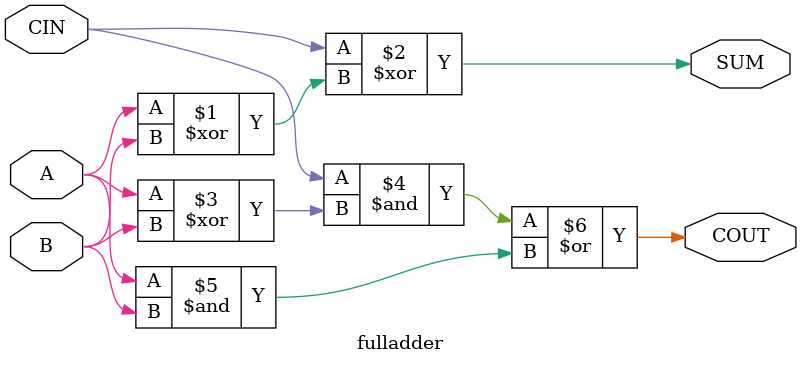
<source format=v>

module main(SW, LEDR);
	input [7:0] SW;
	output [3:0] LEDR;
	wire COUT;
	wire [3:0]W;
	
	ninescomplement COMP(SW[3:0], W);
	bcdadder BCD(SW[7:4], W, 1, LEDR, COUT);
endmodule


module ninescomplement(B, X);
	input [3:0]B;
	output [3:0]X;
	
	assign X[3] = ~B[3]&~B[2]&~B[1];
	assign X[2] = B[2]^B[1];
	assign X[1] = B[1];
	assign X[0] = ~B[0];
endmodule


module bcdadder(A, B, CIN, F, COUT);
	input [3:0] A, B;
	input CIN;
	output [3:0] F;
	output COUT;
	wire [3:0] Z, S;
	wire C, K, COUT;
	
	adder4bit A0(A, B, CIN, Z, K);
	assign C = K|(Z[3]&Z[2])|(Z[3]&Z[1]);
	assign S = {1'b0, C, C, 1'b0};
	adder4bit A1(Z, S, 0, F, COUT);
endmodule


module adder4bit(A, B, CIN, SUM, COUT);
	input [3:0] A, B;
	input CIN;
	output [3:0] SUM;
	output COUT;
	wire C1, C2, C3;
	
	fulladder S1(A[0], B[0], CIN, SUM[0], C1);
	fulladder S2(A[1], B[1], C1, SUM[1], C2);
	fulladder S3(A[2], B[2], C2, SUM[2], C3);
	fulladder S4(A[3], B[3], C3, SUM[3], COUT);
endmodule


module fulladder(A, B, CIN, SUM, COUT);
	input A, B, CIN;
	output SUM, COUT;
	
	assign SUM = (CIN)^((A)^(B));
	assign COUT = ((CIN)&((A)^(B)))|((A)&(B));
endmodule

</source>
